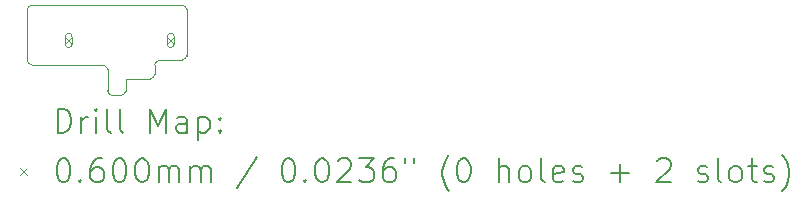
<source format=gbr>
%TF.GenerationSoftware,KiCad,Pcbnew,9.0.0*%
%TF.CreationDate,2025-03-29T16:30:24-06:00*%
%TF.ProjectId,USBCRibbonLite,55534243-5269-4626-926f-6e4c6974652e,rev?*%
%TF.SameCoordinates,Original*%
%TF.FileFunction,Drillmap*%
%TF.FilePolarity,Positive*%
%FSLAX45Y45*%
G04 Gerber Fmt 4.5, Leading zero omitted, Abs format (unit mm)*
G04 Created by KiCad (PCBNEW 9.0.0) date 2025-03-29 16:30:24*
%MOMM*%
%LPD*%
G01*
G04 APERTURE LIST*
%ADD10C,0.050000*%
%ADD11C,0.200000*%
%ADD12C,0.100000*%
G04 APERTURE END LIST*
D10*
X8190900Y-11319000D02*
G75*
G02*
X8230905Y-11356877I-7400J-47880D01*
G01*
X7675992Y-12085000D02*
X7598400Y-12085000D01*
X7715992Y-12047122D02*
G75*
G02*
X7675992Y-12084997I-47402J10002D01*
G01*
X7880900Y-11944000D02*
X7715992Y-11944000D01*
X7560900Y-12045092D02*
X7561003Y-11865000D01*
X7599078Y-12085092D02*
G75*
G02*
X7560899Y-12045092I10092J47852D01*
G01*
X6880900Y-11356878D02*
G75*
G02*
X6920901Y-11319005I47400J-10002D01*
G01*
X7521000Y-11827000D02*
X6918837Y-11827000D01*
X8190900Y-11786000D02*
X8000922Y-11786122D01*
X7960900Y-11906000D02*
G75*
G02*
X7920900Y-11944002I-47590J10040D01*
G01*
X6918900Y-11827000D02*
G75*
G02*
X6881025Y-11786999I10000J47400D01*
G01*
X7960900Y-11824000D02*
G75*
G02*
X8000900Y-11786125I47400J-10000D01*
G01*
X7960900Y-11906000D02*
X7960900Y-11824000D01*
X6880900Y-11786139D02*
X6880900Y-11356770D01*
X7715992Y-12047121D02*
X7715992Y-11944000D01*
X8230900Y-11356878D02*
X8230900Y-11748122D01*
X6920900Y-11319000D02*
X8190899Y-11319000D01*
X7521000Y-11827000D02*
G75*
G02*
X7560998Y-11865000I-7590J-48040D01*
G01*
X8230900Y-11748122D02*
G75*
G02*
X8190900Y-11786003I-47410J10002D01*
G01*
X7880900Y-11944000D02*
X7920039Y-11944000D01*
D11*
D12*
X7200900Y-11589000D02*
X7260900Y-11649000D01*
X7260900Y-11589000D02*
X7200900Y-11649000D01*
X7260900Y-11649000D02*
X7260900Y-11589000D01*
X7200900Y-11589000D02*
G75*
G02*
X7260900Y-11589000I30000J0D01*
G01*
X7200900Y-11589000D02*
X7200900Y-11649000D01*
X7200900Y-11649000D02*
G75*
G03*
X7260900Y-11649000I30000J0D01*
G01*
X8064900Y-11589000D02*
X8124900Y-11649000D01*
X8124900Y-11589000D02*
X8064900Y-11649000D01*
X8124900Y-11649000D02*
X8124900Y-11589000D01*
X8064900Y-11589000D02*
G75*
G02*
X8124900Y-11589000I30000J0D01*
G01*
X8064900Y-11589000D02*
X8064900Y-11649000D01*
X8064900Y-11649000D02*
G75*
G03*
X8124900Y-11649000I30000J0D01*
G01*
D11*
X7139177Y-12399076D02*
X7139177Y-12199076D01*
X7139177Y-12199076D02*
X7186796Y-12199076D01*
X7186796Y-12199076D02*
X7215367Y-12208600D01*
X7215367Y-12208600D02*
X7234415Y-12227647D01*
X7234415Y-12227647D02*
X7243939Y-12246695D01*
X7243939Y-12246695D02*
X7253462Y-12284790D01*
X7253462Y-12284790D02*
X7253462Y-12313362D01*
X7253462Y-12313362D02*
X7243939Y-12351457D01*
X7243939Y-12351457D02*
X7234415Y-12370505D01*
X7234415Y-12370505D02*
X7215367Y-12389552D01*
X7215367Y-12389552D02*
X7186796Y-12399076D01*
X7186796Y-12399076D02*
X7139177Y-12399076D01*
X7339177Y-12399076D02*
X7339177Y-12265743D01*
X7339177Y-12303838D02*
X7348701Y-12284790D01*
X7348701Y-12284790D02*
X7358224Y-12275266D01*
X7358224Y-12275266D02*
X7377272Y-12265743D01*
X7377272Y-12265743D02*
X7396320Y-12265743D01*
X7462986Y-12399076D02*
X7462986Y-12265743D01*
X7462986Y-12199076D02*
X7453462Y-12208600D01*
X7453462Y-12208600D02*
X7462986Y-12218124D01*
X7462986Y-12218124D02*
X7472510Y-12208600D01*
X7472510Y-12208600D02*
X7462986Y-12199076D01*
X7462986Y-12199076D02*
X7462986Y-12218124D01*
X7586796Y-12399076D02*
X7567748Y-12389552D01*
X7567748Y-12389552D02*
X7558224Y-12370505D01*
X7558224Y-12370505D02*
X7558224Y-12199076D01*
X7691558Y-12399076D02*
X7672510Y-12389552D01*
X7672510Y-12389552D02*
X7662986Y-12370505D01*
X7662986Y-12370505D02*
X7662986Y-12199076D01*
X7920129Y-12399076D02*
X7920129Y-12199076D01*
X7920129Y-12199076D02*
X7986796Y-12341933D01*
X7986796Y-12341933D02*
X8053462Y-12199076D01*
X8053462Y-12199076D02*
X8053462Y-12399076D01*
X8234415Y-12399076D02*
X8234415Y-12294314D01*
X8234415Y-12294314D02*
X8224891Y-12275266D01*
X8224891Y-12275266D02*
X8205843Y-12265743D01*
X8205843Y-12265743D02*
X8167748Y-12265743D01*
X8167748Y-12265743D02*
X8148701Y-12275266D01*
X8234415Y-12389552D02*
X8215367Y-12399076D01*
X8215367Y-12399076D02*
X8167748Y-12399076D01*
X8167748Y-12399076D02*
X8148701Y-12389552D01*
X8148701Y-12389552D02*
X8139177Y-12370505D01*
X8139177Y-12370505D02*
X8139177Y-12351457D01*
X8139177Y-12351457D02*
X8148701Y-12332409D01*
X8148701Y-12332409D02*
X8167748Y-12322886D01*
X8167748Y-12322886D02*
X8215367Y-12322886D01*
X8215367Y-12322886D02*
X8234415Y-12313362D01*
X8329653Y-12265743D02*
X8329653Y-12465743D01*
X8329653Y-12275266D02*
X8348701Y-12265743D01*
X8348701Y-12265743D02*
X8386796Y-12265743D01*
X8386796Y-12265743D02*
X8405844Y-12275266D01*
X8405844Y-12275266D02*
X8415367Y-12284790D01*
X8415367Y-12284790D02*
X8424891Y-12303838D01*
X8424891Y-12303838D02*
X8424891Y-12360981D01*
X8424891Y-12360981D02*
X8415367Y-12380028D01*
X8415367Y-12380028D02*
X8405844Y-12389552D01*
X8405844Y-12389552D02*
X8386796Y-12399076D01*
X8386796Y-12399076D02*
X8348701Y-12399076D01*
X8348701Y-12399076D02*
X8329653Y-12389552D01*
X8510605Y-12380028D02*
X8520129Y-12389552D01*
X8520129Y-12389552D02*
X8510605Y-12399076D01*
X8510605Y-12399076D02*
X8501082Y-12389552D01*
X8501082Y-12389552D02*
X8510605Y-12380028D01*
X8510605Y-12380028D02*
X8510605Y-12399076D01*
X8510605Y-12275266D02*
X8520129Y-12284790D01*
X8520129Y-12284790D02*
X8510605Y-12294314D01*
X8510605Y-12294314D02*
X8501082Y-12284790D01*
X8501082Y-12284790D02*
X8510605Y-12275266D01*
X8510605Y-12275266D02*
X8510605Y-12294314D01*
D12*
X6818400Y-12697592D02*
X6878400Y-12757592D01*
X6878400Y-12697592D02*
X6818400Y-12757592D01*
D11*
X7177272Y-12619076D02*
X7196320Y-12619076D01*
X7196320Y-12619076D02*
X7215367Y-12628600D01*
X7215367Y-12628600D02*
X7224891Y-12638124D01*
X7224891Y-12638124D02*
X7234415Y-12657171D01*
X7234415Y-12657171D02*
X7243939Y-12695266D01*
X7243939Y-12695266D02*
X7243939Y-12742886D01*
X7243939Y-12742886D02*
X7234415Y-12780981D01*
X7234415Y-12780981D02*
X7224891Y-12800028D01*
X7224891Y-12800028D02*
X7215367Y-12809552D01*
X7215367Y-12809552D02*
X7196320Y-12819076D01*
X7196320Y-12819076D02*
X7177272Y-12819076D01*
X7177272Y-12819076D02*
X7158224Y-12809552D01*
X7158224Y-12809552D02*
X7148701Y-12800028D01*
X7148701Y-12800028D02*
X7139177Y-12780981D01*
X7139177Y-12780981D02*
X7129653Y-12742886D01*
X7129653Y-12742886D02*
X7129653Y-12695266D01*
X7129653Y-12695266D02*
X7139177Y-12657171D01*
X7139177Y-12657171D02*
X7148701Y-12638124D01*
X7148701Y-12638124D02*
X7158224Y-12628600D01*
X7158224Y-12628600D02*
X7177272Y-12619076D01*
X7329653Y-12800028D02*
X7339177Y-12809552D01*
X7339177Y-12809552D02*
X7329653Y-12819076D01*
X7329653Y-12819076D02*
X7320129Y-12809552D01*
X7320129Y-12809552D02*
X7329653Y-12800028D01*
X7329653Y-12800028D02*
X7329653Y-12819076D01*
X7510605Y-12619076D02*
X7472510Y-12619076D01*
X7472510Y-12619076D02*
X7453462Y-12628600D01*
X7453462Y-12628600D02*
X7443939Y-12638124D01*
X7443939Y-12638124D02*
X7424891Y-12666695D01*
X7424891Y-12666695D02*
X7415367Y-12704790D01*
X7415367Y-12704790D02*
X7415367Y-12780981D01*
X7415367Y-12780981D02*
X7424891Y-12800028D01*
X7424891Y-12800028D02*
X7434415Y-12809552D01*
X7434415Y-12809552D02*
X7453462Y-12819076D01*
X7453462Y-12819076D02*
X7491558Y-12819076D01*
X7491558Y-12819076D02*
X7510605Y-12809552D01*
X7510605Y-12809552D02*
X7520129Y-12800028D01*
X7520129Y-12800028D02*
X7529653Y-12780981D01*
X7529653Y-12780981D02*
X7529653Y-12733362D01*
X7529653Y-12733362D02*
X7520129Y-12714314D01*
X7520129Y-12714314D02*
X7510605Y-12704790D01*
X7510605Y-12704790D02*
X7491558Y-12695266D01*
X7491558Y-12695266D02*
X7453462Y-12695266D01*
X7453462Y-12695266D02*
X7434415Y-12704790D01*
X7434415Y-12704790D02*
X7424891Y-12714314D01*
X7424891Y-12714314D02*
X7415367Y-12733362D01*
X7653462Y-12619076D02*
X7672510Y-12619076D01*
X7672510Y-12619076D02*
X7691558Y-12628600D01*
X7691558Y-12628600D02*
X7701082Y-12638124D01*
X7701082Y-12638124D02*
X7710605Y-12657171D01*
X7710605Y-12657171D02*
X7720129Y-12695266D01*
X7720129Y-12695266D02*
X7720129Y-12742886D01*
X7720129Y-12742886D02*
X7710605Y-12780981D01*
X7710605Y-12780981D02*
X7701082Y-12800028D01*
X7701082Y-12800028D02*
X7691558Y-12809552D01*
X7691558Y-12809552D02*
X7672510Y-12819076D01*
X7672510Y-12819076D02*
X7653462Y-12819076D01*
X7653462Y-12819076D02*
X7634415Y-12809552D01*
X7634415Y-12809552D02*
X7624891Y-12800028D01*
X7624891Y-12800028D02*
X7615367Y-12780981D01*
X7615367Y-12780981D02*
X7605843Y-12742886D01*
X7605843Y-12742886D02*
X7605843Y-12695266D01*
X7605843Y-12695266D02*
X7615367Y-12657171D01*
X7615367Y-12657171D02*
X7624891Y-12638124D01*
X7624891Y-12638124D02*
X7634415Y-12628600D01*
X7634415Y-12628600D02*
X7653462Y-12619076D01*
X7843939Y-12619076D02*
X7862986Y-12619076D01*
X7862986Y-12619076D02*
X7882034Y-12628600D01*
X7882034Y-12628600D02*
X7891558Y-12638124D01*
X7891558Y-12638124D02*
X7901082Y-12657171D01*
X7901082Y-12657171D02*
X7910605Y-12695266D01*
X7910605Y-12695266D02*
X7910605Y-12742886D01*
X7910605Y-12742886D02*
X7901082Y-12780981D01*
X7901082Y-12780981D02*
X7891558Y-12800028D01*
X7891558Y-12800028D02*
X7882034Y-12809552D01*
X7882034Y-12809552D02*
X7862986Y-12819076D01*
X7862986Y-12819076D02*
X7843939Y-12819076D01*
X7843939Y-12819076D02*
X7824891Y-12809552D01*
X7824891Y-12809552D02*
X7815367Y-12800028D01*
X7815367Y-12800028D02*
X7805843Y-12780981D01*
X7805843Y-12780981D02*
X7796320Y-12742886D01*
X7796320Y-12742886D02*
X7796320Y-12695266D01*
X7796320Y-12695266D02*
X7805843Y-12657171D01*
X7805843Y-12657171D02*
X7815367Y-12638124D01*
X7815367Y-12638124D02*
X7824891Y-12628600D01*
X7824891Y-12628600D02*
X7843939Y-12619076D01*
X7996320Y-12819076D02*
X7996320Y-12685743D01*
X7996320Y-12704790D02*
X8005843Y-12695266D01*
X8005843Y-12695266D02*
X8024891Y-12685743D01*
X8024891Y-12685743D02*
X8053463Y-12685743D01*
X8053463Y-12685743D02*
X8072510Y-12695266D01*
X8072510Y-12695266D02*
X8082034Y-12714314D01*
X8082034Y-12714314D02*
X8082034Y-12819076D01*
X8082034Y-12714314D02*
X8091558Y-12695266D01*
X8091558Y-12695266D02*
X8110605Y-12685743D01*
X8110605Y-12685743D02*
X8139177Y-12685743D01*
X8139177Y-12685743D02*
X8158224Y-12695266D01*
X8158224Y-12695266D02*
X8167748Y-12714314D01*
X8167748Y-12714314D02*
X8167748Y-12819076D01*
X8262986Y-12819076D02*
X8262986Y-12685743D01*
X8262986Y-12704790D02*
X8272510Y-12695266D01*
X8272510Y-12695266D02*
X8291558Y-12685743D01*
X8291558Y-12685743D02*
X8320129Y-12685743D01*
X8320129Y-12685743D02*
X8339177Y-12695266D01*
X8339177Y-12695266D02*
X8348701Y-12714314D01*
X8348701Y-12714314D02*
X8348701Y-12819076D01*
X8348701Y-12714314D02*
X8358224Y-12695266D01*
X8358224Y-12695266D02*
X8377272Y-12685743D01*
X8377272Y-12685743D02*
X8405844Y-12685743D01*
X8405844Y-12685743D02*
X8424891Y-12695266D01*
X8424891Y-12695266D02*
X8434415Y-12714314D01*
X8434415Y-12714314D02*
X8434415Y-12819076D01*
X8824891Y-12609552D02*
X8653463Y-12866695D01*
X9082034Y-12619076D02*
X9101082Y-12619076D01*
X9101082Y-12619076D02*
X9120129Y-12628600D01*
X9120129Y-12628600D02*
X9129653Y-12638124D01*
X9129653Y-12638124D02*
X9139177Y-12657171D01*
X9139177Y-12657171D02*
X9148701Y-12695266D01*
X9148701Y-12695266D02*
X9148701Y-12742886D01*
X9148701Y-12742886D02*
X9139177Y-12780981D01*
X9139177Y-12780981D02*
X9129653Y-12800028D01*
X9129653Y-12800028D02*
X9120129Y-12809552D01*
X9120129Y-12809552D02*
X9101082Y-12819076D01*
X9101082Y-12819076D02*
X9082034Y-12819076D01*
X9082034Y-12819076D02*
X9062987Y-12809552D01*
X9062987Y-12809552D02*
X9053463Y-12800028D01*
X9053463Y-12800028D02*
X9043939Y-12780981D01*
X9043939Y-12780981D02*
X9034415Y-12742886D01*
X9034415Y-12742886D02*
X9034415Y-12695266D01*
X9034415Y-12695266D02*
X9043939Y-12657171D01*
X9043939Y-12657171D02*
X9053463Y-12638124D01*
X9053463Y-12638124D02*
X9062987Y-12628600D01*
X9062987Y-12628600D02*
X9082034Y-12619076D01*
X9234415Y-12800028D02*
X9243939Y-12809552D01*
X9243939Y-12809552D02*
X9234415Y-12819076D01*
X9234415Y-12819076D02*
X9224891Y-12809552D01*
X9224891Y-12809552D02*
X9234415Y-12800028D01*
X9234415Y-12800028D02*
X9234415Y-12819076D01*
X9367748Y-12619076D02*
X9386796Y-12619076D01*
X9386796Y-12619076D02*
X9405844Y-12628600D01*
X9405844Y-12628600D02*
X9415368Y-12638124D01*
X9415368Y-12638124D02*
X9424891Y-12657171D01*
X9424891Y-12657171D02*
X9434415Y-12695266D01*
X9434415Y-12695266D02*
X9434415Y-12742886D01*
X9434415Y-12742886D02*
X9424891Y-12780981D01*
X9424891Y-12780981D02*
X9415368Y-12800028D01*
X9415368Y-12800028D02*
X9405844Y-12809552D01*
X9405844Y-12809552D02*
X9386796Y-12819076D01*
X9386796Y-12819076D02*
X9367748Y-12819076D01*
X9367748Y-12819076D02*
X9348701Y-12809552D01*
X9348701Y-12809552D02*
X9339177Y-12800028D01*
X9339177Y-12800028D02*
X9329653Y-12780981D01*
X9329653Y-12780981D02*
X9320129Y-12742886D01*
X9320129Y-12742886D02*
X9320129Y-12695266D01*
X9320129Y-12695266D02*
X9329653Y-12657171D01*
X9329653Y-12657171D02*
X9339177Y-12638124D01*
X9339177Y-12638124D02*
X9348701Y-12628600D01*
X9348701Y-12628600D02*
X9367748Y-12619076D01*
X9510606Y-12638124D02*
X9520129Y-12628600D01*
X9520129Y-12628600D02*
X9539177Y-12619076D01*
X9539177Y-12619076D02*
X9586796Y-12619076D01*
X9586796Y-12619076D02*
X9605844Y-12628600D01*
X9605844Y-12628600D02*
X9615368Y-12638124D01*
X9615368Y-12638124D02*
X9624891Y-12657171D01*
X9624891Y-12657171D02*
X9624891Y-12676219D01*
X9624891Y-12676219D02*
X9615368Y-12704790D01*
X9615368Y-12704790D02*
X9501082Y-12819076D01*
X9501082Y-12819076D02*
X9624891Y-12819076D01*
X9691558Y-12619076D02*
X9815368Y-12619076D01*
X9815368Y-12619076D02*
X9748701Y-12695266D01*
X9748701Y-12695266D02*
X9777272Y-12695266D01*
X9777272Y-12695266D02*
X9796320Y-12704790D01*
X9796320Y-12704790D02*
X9805844Y-12714314D01*
X9805844Y-12714314D02*
X9815368Y-12733362D01*
X9815368Y-12733362D02*
X9815368Y-12780981D01*
X9815368Y-12780981D02*
X9805844Y-12800028D01*
X9805844Y-12800028D02*
X9796320Y-12809552D01*
X9796320Y-12809552D02*
X9777272Y-12819076D01*
X9777272Y-12819076D02*
X9720129Y-12819076D01*
X9720129Y-12819076D02*
X9701082Y-12809552D01*
X9701082Y-12809552D02*
X9691558Y-12800028D01*
X9986796Y-12619076D02*
X9948701Y-12619076D01*
X9948701Y-12619076D02*
X9929653Y-12628600D01*
X9929653Y-12628600D02*
X9920129Y-12638124D01*
X9920129Y-12638124D02*
X9901082Y-12666695D01*
X9901082Y-12666695D02*
X9891558Y-12704790D01*
X9891558Y-12704790D02*
X9891558Y-12780981D01*
X9891558Y-12780981D02*
X9901082Y-12800028D01*
X9901082Y-12800028D02*
X9910606Y-12809552D01*
X9910606Y-12809552D02*
X9929653Y-12819076D01*
X9929653Y-12819076D02*
X9967749Y-12819076D01*
X9967749Y-12819076D02*
X9986796Y-12809552D01*
X9986796Y-12809552D02*
X9996320Y-12800028D01*
X9996320Y-12800028D02*
X10005844Y-12780981D01*
X10005844Y-12780981D02*
X10005844Y-12733362D01*
X10005844Y-12733362D02*
X9996320Y-12714314D01*
X9996320Y-12714314D02*
X9986796Y-12704790D01*
X9986796Y-12704790D02*
X9967749Y-12695266D01*
X9967749Y-12695266D02*
X9929653Y-12695266D01*
X9929653Y-12695266D02*
X9910606Y-12704790D01*
X9910606Y-12704790D02*
X9901082Y-12714314D01*
X9901082Y-12714314D02*
X9891558Y-12733362D01*
X10082034Y-12619076D02*
X10082034Y-12657171D01*
X10158225Y-12619076D02*
X10158225Y-12657171D01*
X10453463Y-12895266D02*
X10443939Y-12885743D01*
X10443939Y-12885743D02*
X10424891Y-12857171D01*
X10424891Y-12857171D02*
X10415368Y-12838124D01*
X10415368Y-12838124D02*
X10405844Y-12809552D01*
X10405844Y-12809552D02*
X10396320Y-12761933D01*
X10396320Y-12761933D02*
X10396320Y-12723838D01*
X10396320Y-12723838D02*
X10405844Y-12676219D01*
X10405844Y-12676219D02*
X10415368Y-12647647D01*
X10415368Y-12647647D02*
X10424891Y-12628600D01*
X10424891Y-12628600D02*
X10443939Y-12600028D01*
X10443939Y-12600028D02*
X10453463Y-12590505D01*
X10567749Y-12619076D02*
X10586796Y-12619076D01*
X10586796Y-12619076D02*
X10605844Y-12628600D01*
X10605844Y-12628600D02*
X10615368Y-12638124D01*
X10615368Y-12638124D02*
X10624891Y-12657171D01*
X10624891Y-12657171D02*
X10634415Y-12695266D01*
X10634415Y-12695266D02*
X10634415Y-12742886D01*
X10634415Y-12742886D02*
X10624891Y-12780981D01*
X10624891Y-12780981D02*
X10615368Y-12800028D01*
X10615368Y-12800028D02*
X10605844Y-12809552D01*
X10605844Y-12809552D02*
X10586796Y-12819076D01*
X10586796Y-12819076D02*
X10567749Y-12819076D01*
X10567749Y-12819076D02*
X10548701Y-12809552D01*
X10548701Y-12809552D02*
X10539177Y-12800028D01*
X10539177Y-12800028D02*
X10529653Y-12780981D01*
X10529653Y-12780981D02*
X10520130Y-12742886D01*
X10520130Y-12742886D02*
X10520130Y-12695266D01*
X10520130Y-12695266D02*
X10529653Y-12657171D01*
X10529653Y-12657171D02*
X10539177Y-12638124D01*
X10539177Y-12638124D02*
X10548701Y-12628600D01*
X10548701Y-12628600D02*
X10567749Y-12619076D01*
X10872511Y-12819076D02*
X10872511Y-12619076D01*
X10958225Y-12819076D02*
X10958225Y-12714314D01*
X10958225Y-12714314D02*
X10948701Y-12695266D01*
X10948701Y-12695266D02*
X10929653Y-12685743D01*
X10929653Y-12685743D02*
X10901082Y-12685743D01*
X10901082Y-12685743D02*
X10882034Y-12695266D01*
X10882034Y-12695266D02*
X10872511Y-12704790D01*
X11082034Y-12819076D02*
X11062987Y-12809552D01*
X11062987Y-12809552D02*
X11053463Y-12800028D01*
X11053463Y-12800028D02*
X11043939Y-12780981D01*
X11043939Y-12780981D02*
X11043939Y-12723838D01*
X11043939Y-12723838D02*
X11053463Y-12704790D01*
X11053463Y-12704790D02*
X11062987Y-12695266D01*
X11062987Y-12695266D02*
X11082034Y-12685743D01*
X11082034Y-12685743D02*
X11110606Y-12685743D01*
X11110606Y-12685743D02*
X11129653Y-12695266D01*
X11129653Y-12695266D02*
X11139177Y-12704790D01*
X11139177Y-12704790D02*
X11148701Y-12723838D01*
X11148701Y-12723838D02*
X11148701Y-12780981D01*
X11148701Y-12780981D02*
X11139177Y-12800028D01*
X11139177Y-12800028D02*
X11129653Y-12809552D01*
X11129653Y-12809552D02*
X11110606Y-12819076D01*
X11110606Y-12819076D02*
X11082034Y-12819076D01*
X11262987Y-12819076D02*
X11243939Y-12809552D01*
X11243939Y-12809552D02*
X11234415Y-12790505D01*
X11234415Y-12790505D02*
X11234415Y-12619076D01*
X11415368Y-12809552D02*
X11396320Y-12819076D01*
X11396320Y-12819076D02*
X11358225Y-12819076D01*
X11358225Y-12819076D02*
X11339177Y-12809552D01*
X11339177Y-12809552D02*
X11329653Y-12790505D01*
X11329653Y-12790505D02*
X11329653Y-12714314D01*
X11329653Y-12714314D02*
X11339177Y-12695266D01*
X11339177Y-12695266D02*
X11358225Y-12685743D01*
X11358225Y-12685743D02*
X11396320Y-12685743D01*
X11396320Y-12685743D02*
X11415368Y-12695266D01*
X11415368Y-12695266D02*
X11424891Y-12714314D01*
X11424891Y-12714314D02*
X11424891Y-12733362D01*
X11424891Y-12733362D02*
X11329653Y-12752409D01*
X11501082Y-12809552D02*
X11520130Y-12819076D01*
X11520130Y-12819076D02*
X11558225Y-12819076D01*
X11558225Y-12819076D02*
X11577272Y-12809552D01*
X11577272Y-12809552D02*
X11586796Y-12790505D01*
X11586796Y-12790505D02*
X11586796Y-12780981D01*
X11586796Y-12780981D02*
X11577272Y-12761933D01*
X11577272Y-12761933D02*
X11558225Y-12752409D01*
X11558225Y-12752409D02*
X11529653Y-12752409D01*
X11529653Y-12752409D02*
X11510606Y-12742886D01*
X11510606Y-12742886D02*
X11501082Y-12723838D01*
X11501082Y-12723838D02*
X11501082Y-12714314D01*
X11501082Y-12714314D02*
X11510606Y-12695266D01*
X11510606Y-12695266D02*
X11529653Y-12685743D01*
X11529653Y-12685743D02*
X11558225Y-12685743D01*
X11558225Y-12685743D02*
X11577272Y-12695266D01*
X11824892Y-12742886D02*
X11977273Y-12742886D01*
X11901082Y-12819076D02*
X11901082Y-12666695D01*
X12215368Y-12638124D02*
X12224892Y-12628600D01*
X12224892Y-12628600D02*
X12243939Y-12619076D01*
X12243939Y-12619076D02*
X12291558Y-12619076D01*
X12291558Y-12619076D02*
X12310606Y-12628600D01*
X12310606Y-12628600D02*
X12320130Y-12638124D01*
X12320130Y-12638124D02*
X12329653Y-12657171D01*
X12329653Y-12657171D02*
X12329653Y-12676219D01*
X12329653Y-12676219D02*
X12320130Y-12704790D01*
X12320130Y-12704790D02*
X12205844Y-12819076D01*
X12205844Y-12819076D02*
X12329653Y-12819076D01*
X12558225Y-12809552D02*
X12577273Y-12819076D01*
X12577273Y-12819076D02*
X12615368Y-12819076D01*
X12615368Y-12819076D02*
X12634415Y-12809552D01*
X12634415Y-12809552D02*
X12643939Y-12790505D01*
X12643939Y-12790505D02*
X12643939Y-12780981D01*
X12643939Y-12780981D02*
X12634415Y-12761933D01*
X12634415Y-12761933D02*
X12615368Y-12752409D01*
X12615368Y-12752409D02*
X12586796Y-12752409D01*
X12586796Y-12752409D02*
X12567749Y-12742886D01*
X12567749Y-12742886D02*
X12558225Y-12723838D01*
X12558225Y-12723838D02*
X12558225Y-12714314D01*
X12558225Y-12714314D02*
X12567749Y-12695266D01*
X12567749Y-12695266D02*
X12586796Y-12685743D01*
X12586796Y-12685743D02*
X12615368Y-12685743D01*
X12615368Y-12685743D02*
X12634415Y-12695266D01*
X12758225Y-12819076D02*
X12739177Y-12809552D01*
X12739177Y-12809552D02*
X12729654Y-12790505D01*
X12729654Y-12790505D02*
X12729654Y-12619076D01*
X12862987Y-12819076D02*
X12843939Y-12809552D01*
X12843939Y-12809552D02*
X12834415Y-12800028D01*
X12834415Y-12800028D02*
X12824892Y-12780981D01*
X12824892Y-12780981D02*
X12824892Y-12723838D01*
X12824892Y-12723838D02*
X12834415Y-12704790D01*
X12834415Y-12704790D02*
X12843939Y-12695266D01*
X12843939Y-12695266D02*
X12862987Y-12685743D01*
X12862987Y-12685743D02*
X12891558Y-12685743D01*
X12891558Y-12685743D02*
X12910606Y-12695266D01*
X12910606Y-12695266D02*
X12920130Y-12704790D01*
X12920130Y-12704790D02*
X12929654Y-12723838D01*
X12929654Y-12723838D02*
X12929654Y-12780981D01*
X12929654Y-12780981D02*
X12920130Y-12800028D01*
X12920130Y-12800028D02*
X12910606Y-12809552D01*
X12910606Y-12809552D02*
X12891558Y-12819076D01*
X12891558Y-12819076D02*
X12862987Y-12819076D01*
X12986796Y-12685743D02*
X13062987Y-12685743D01*
X13015368Y-12619076D02*
X13015368Y-12790505D01*
X13015368Y-12790505D02*
X13024892Y-12809552D01*
X13024892Y-12809552D02*
X13043939Y-12819076D01*
X13043939Y-12819076D02*
X13062987Y-12819076D01*
X13120130Y-12809552D02*
X13139177Y-12819076D01*
X13139177Y-12819076D02*
X13177273Y-12819076D01*
X13177273Y-12819076D02*
X13196320Y-12809552D01*
X13196320Y-12809552D02*
X13205844Y-12790505D01*
X13205844Y-12790505D02*
X13205844Y-12780981D01*
X13205844Y-12780981D02*
X13196320Y-12761933D01*
X13196320Y-12761933D02*
X13177273Y-12752409D01*
X13177273Y-12752409D02*
X13148701Y-12752409D01*
X13148701Y-12752409D02*
X13129654Y-12742886D01*
X13129654Y-12742886D02*
X13120130Y-12723838D01*
X13120130Y-12723838D02*
X13120130Y-12714314D01*
X13120130Y-12714314D02*
X13129654Y-12695266D01*
X13129654Y-12695266D02*
X13148701Y-12685743D01*
X13148701Y-12685743D02*
X13177273Y-12685743D01*
X13177273Y-12685743D02*
X13196320Y-12695266D01*
X13272511Y-12895266D02*
X13282035Y-12885743D01*
X13282035Y-12885743D02*
X13301082Y-12857171D01*
X13301082Y-12857171D02*
X13310606Y-12838124D01*
X13310606Y-12838124D02*
X13320130Y-12809552D01*
X13320130Y-12809552D02*
X13329654Y-12761933D01*
X13329654Y-12761933D02*
X13329654Y-12723838D01*
X13329654Y-12723838D02*
X13320130Y-12676219D01*
X13320130Y-12676219D02*
X13310606Y-12647647D01*
X13310606Y-12647647D02*
X13301082Y-12628600D01*
X13301082Y-12628600D02*
X13282035Y-12600028D01*
X13282035Y-12600028D02*
X13272511Y-12590505D01*
M02*

</source>
